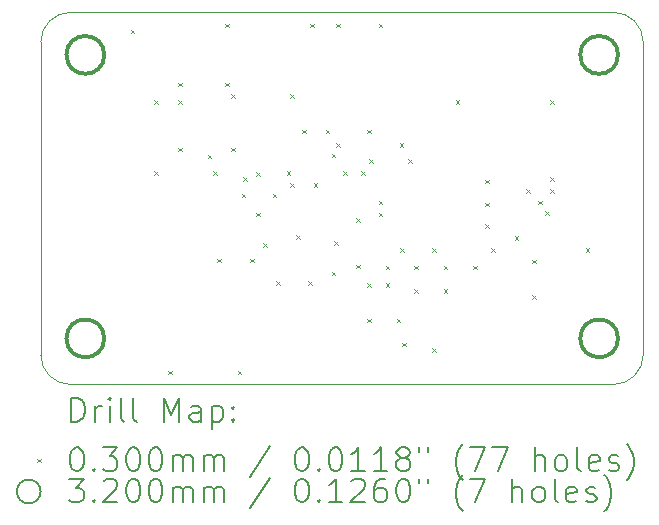
<source format=gbr>
%TF.GenerationSoftware,KiCad,Pcbnew,8.0.6*%
%TF.CreationDate,2025-01-26T18:33:55-05:00*%
%TF.ProjectId,Mic_Board_Unidirectional,4d69635f-426f-4617-9264-5f556e696469,rev?*%
%TF.SameCoordinates,Original*%
%TF.FileFunction,Drillmap*%
%TF.FilePolarity,Positive*%
%FSLAX45Y45*%
G04 Gerber Fmt 4.5, Leading zero omitted, Abs format (unit mm)*
G04 Created by KiCad (PCBNEW 8.0.6) date 2025-01-26 18:33:55*
%MOMM*%
%LPD*%
G01*
G04 APERTURE LIST*
%ADD10C,0.050000*%
%ADD11C,0.200000*%
%ADD12C,0.100000*%
%ADD13C,0.320000*%
G04 APERTURE END LIST*
D10*
X17923050Y-9490000D02*
X17923050Y-6840000D01*
X17923050Y-9490000D02*
G75*
G02*
X17673050Y-9740000I-250000J0D01*
G01*
X13073050Y-9740000D02*
X17673050Y-9740000D01*
X13073050Y-9740000D02*
G75*
G02*
X12823050Y-9490000I0J250000D01*
G01*
X17673050Y-6590000D02*
G75*
G02*
X17923050Y-6840000I0J-250000D01*
G01*
X12823050Y-6840000D02*
G75*
G02*
X13073050Y-6590000I250000J0D01*
G01*
X17673050Y-6590000D02*
X13073050Y-6590000D01*
X12823050Y-6840000D02*
X12823050Y-9490000D01*
D11*
D12*
X13585000Y-6735000D02*
X13615000Y-6765000D01*
X13615000Y-6735000D02*
X13585000Y-6765000D01*
X13785000Y-7335000D02*
X13815000Y-7365000D01*
X13815000Y-7335000D02*
X13785000Y-7365000D01*
X13785000Y-7935000D02*
X13815000Y-7965000D01*
X13815000Y-7935000D02*
X13785000Y-7965000D01*
X13903050Y-9625000D02*
X13933050Y-9655000D01*
X13933050Y-9625000D02*
X13903050Y-9655000D01*
X13985000Y-7185000D02*
X14015000Y-7215000D01*
X14015000Y-7185000D02*
X13985000Y-7215000D01*
X13985000Y-7335000D02*
X14015000Y-7365000D01*
X14015000Y-7335000D02*
X13985000Y-7365000D01*
X13985000Y-7735000D02*
X14015000Y-7765000D01*
X14015000Y-7735000D02*
X13985000Y-7765000D01*
X14235000Y-7795000D02*
X14265000Y-7825000D01*
X14265000Y-7795000D02*
X14235000Y-7825000D01*
X14285000Y-7935000D02*
X14315000Y-7965000D01*
X14315000Y-7935000D02*
X14285000Y-7965000D01*
X14315000Y-8675000D02*
X14345000Y-8705000D01*
X14345000Y-8675000D02*
X14315000Y-8705000D01*
X14385000Y-6685000D02*
X14415000Y-6715000D01*
X14415000Y-6685000D02*
X14385000Y-6715000D01*
X14385000Y-7185000D02*
X14415000Y-7215000D01*
X14415000Y-7185000D02*
X14385000Y-7215000D01*
X14435000Y-7285000D02*
X14465000Y-7315000D01*
X14465000Y-7285000D02*
X14435000Y-7315000D01*
X14435000Y-7735000D02*
X14465000Y-7765000D01*
X14465000Y-7735000D02*
X14435000Y-7765000D01*
X14490550Y-9625000D02*
X14520550Y-9655000D01*
X14520550Y-9625000D02*
X14490550Y-9655000D01*
X14525000Y-8125000D02*
X14555000Y-8155000D01*
X14555000Y-8125000D02*
X14525000Y-8155000D01*
X14535000Y-7985000D02*
X14565000Y-8015000D01*
X14565000Y-7985000D02*
X14535000Y-8015000D01*
X14595000Y-8675000D02*
X14625000Y-8705000D01*
X14625000Y-8675000D02*
X14595000Y-8705000D01*
X14645000Y-7945000D02*
X14675000Y-7975000D01*
X14675000Y-7945000D02*
X14645000Y-7975000D01*
X14645000Y-8285000D02*
X14675000Y-8315000D01*
X14675000Y-8285000D02*
X14645000Y-8315000D01*
X14705000Y-8545000D02*
X14735000Y-8575000D01*
X14735000Y-8545000D02*
X14705000Y-8575000D01*
X14785000Y-8125000D02*
X14815000Y-8155000D01*
X14815000Y-8125000D02*
X14785000Y-8155000D01*
X14815000Y-8865000D02*
X14845000Y-8895000D01*
X14845000Y-8865000D02*
X14815000Y-8895000D01*
X14905000Y-7935000D02*
X14935000Y-7965000D01*
X14935000Y-7935000D02*
X14905000Y-7965000D01*
X14935000Y-7285000D02*
X14965000Y-7315000D01*
X14965000Y-7285000D02*
X14935000Y-7315000D01*
X14935000Y-8035000D02*
X14965000Y-8065000D01*
X14965000Y-8035000D02*
X14935000Y-8065000D01*
X14985000Y-8475000D02*
X15015000Y-8505000D01*
X15015000Y-8475000D02*
X14985000Y-8505000D01*
X15035000Y-7585000D02*
X15065000Y-7615000D01*
X15065000Y-7585000D02*
X15035000Y-7615000D01*
X15085000Y-8865000D02*
X15115000Y-8895000D01*
X15115000Y-8865000D02*
X15085000Y-8895000D01*
X15105000Y-6685000D02*
X15135000Y-6715000D01*
X15135000Y-6685000D02*
X15105000Y-6715000D01*
X15135000Y-8035000D02*
X15165000Y-8065000D01*
X15165000Y-8035000D02*
X15135000Y-8065000D01*
X15235000Y-7585000D02*
X15265000Y-7615000D01*
X15265000Y-7585000D02*
X15235000Y-7615000D01*
X15285000Y-7785000D02*
X15315000Y-7815000D01*
X15315000Y-7785000D02*
X15285000Y-7815000D01*
X15285000Y-8785000D02*
X15315000Y-8815000D01*
X15315000Y-8785000D02*
X15285000Y-8815000D01*
X15308050Y-8528050D02*
X15338050Y-8558050D01*
X15338050Y-8528050D02*
X15308050Y-8558050D01*
X15325000Y-6685000D02*
X15355000Y-6715000D01*
X15355000Y-6685000D02*
X15325000Y-6715000D01*
X15325000Y-7697225D02*
X15355000Y-7727225D01*
X15355000Y-7697225D02*
X15325000Y-7727225D01*
X15385000Y-7935000D02*
X15415000Y-7965000D01*
X15415000Y-7935000D02*
X15385000Y-7965000D01*
X15495000Y-8335000D02*
X15525000Y-8365000D01*
X15525000Y-8335000D02*
X15495000Y-8365000D01*
X15495000Y-8725000D02*
X15525000Y-8755000D01*
X15525000Y-8725000D02*
X15495000Y-8755000D01*
X15535000Y-7935000D02*
X15565000Y-7965000D01*
X15565000Y-7935000D02*
X15535000Y-7965000D01*
X15585000Y-7585000D02*
X15615000Y-7615000D01*
X15615000Y-7585000D02*
X15585000Y-7615000D01*
X15585000Y-8885000D02*
X15615000Y-8915000D01*
X15615000Y-8885000D02*
X15585000Y-8915000D01*
X15585000Y-9185000D02*
X15615000Y-9215000D01*
X15615000Y-9185000D02*
X15585000Y-9215000D01*
X15605000Y-7835000D02*
X15635000Y-7865000D01*
X15635000Y-7835000D02*
X15605000Y-7865000D01*
X15685000Y-6685000D02*
X15715000Y-6715000D01*
X15715000Y-6685000D02*
X15685000Y-6715000D01*
X15685000Y-8185000D02*
X15715000Y-8215000D01*
X15715000Y-8185000D02*
X15685000Y-8215000D01*
X15685000Y-8285000D02*
X15715000Y-8315000D01*
X15715000Y-8285000D02*
X15685000Y-8315000D01*
X15745000Y-8735000D02*
X15775000Y-8765000D01*
X15775000Y-8735000D02*
X15745000Y-8765000D01*
X15745000Y-8885000D02*
X15775000Y-8915000D01*
X15775000Y-8885000D02*
X15745000Y-8915000D01*
X15835000Y-9185000D02*
X15865000Y-9215000D01*
X15865000Y-9185000D02*
X15835000Y-9215000D01*
X15862775Y-7697225D02*
X15892775Y-7727225D01*
X15892775Y-7697225D02*
X15862775Y-7727225D01*
X15865000Y-8585000D02*
X15895000Y-8615000D01*
X15895000Y-8585000D02*
X15865000Y-8615000D01*
X15885000Y-9385000D02*
X15915000Y-9415000D01*
X15915000Y-9385000D02*
X15885000Y-9415000D01*
X15935000Y-7835000D02*
X15965000Y-7865000D01*
X15965000Y-7835000D02*
X15935000Y-7865000D01*
X15985000Y-8735000D02*
X16015000Y-8765000D01*
X16015000Y-8735000D02*
X15985000Y-8765000D01*
X15985000Y-8935000D02*
X16015000Y-8965000D01*
X16015000Y-8935000D02*
X15985000Y-8965000D01*
X16135000Y-8585000D02*
X16165000Y-8615000D01*
X16165000Y-8585000D02*
X16135000Y-8615000D01*
X16135000Y-9435000D02*
X16165000Y-9465000D01*
X16165000Y-9435000D02*
X16135000Y-9465000D01*
X16235000Y-8735000D02*
X16265000Y-8765000D01*
X16265000Y-8735000D02*
X16235000Y-8765000D01*
X16235000Y-8935000D02*
X16265000Y-8965000D01*
X16265000Y-8935000D02*
X16235000Y-8965000D01*
X16335000Y-7335000D02*
X16365000Y-7365000D01*
X16365000Y-7335000D02*
X16335000Y-7365000D01*
X16485000Y-8735000D02*
X16515000Y-8765000D01*
X16515000Y-8735000D02*
X16485000Y-8765000D01*
X16585000Y-8007500D02*
X16615000Y-8037500D01*
X16615000Y-8007500D02*
X16585000Y-8037500D01*
X16585000Y-8202500D02*
X16615000Y-8232500D01*
X16615000Y-8202500D02*
X16585000Y-8232500D01*
X16585000Y-8385000D02*
X16615000Y-8415000D01*
X16615000Y-8385000D02*
X16585000Y-8415000D01*
X16635000Y-8585000D02*
X16665000Y-8615000D01*
X16665000Y-8585000D02*
X16635000Y-8615000D01*
X16835000Y-8485000D02*
X16865000Y-8515000D01*
X16865000Y-8485000D02*
X16835000Y-8515000D01*
X16935000Y-8085000D02*
X16965000Y-8115000D01*
X16965000Y-8085000D02*
X16935000Y-8115000D01*
X16985000Y-8685000D02*
X17015000Y-8715000D01*
X17015000Y-8685000D02*
X16985000Y-8715000D01*
X16985000Y-8985000D02*
X17015000Y-9015000D01*
X17015000Y-8985000D02*
X16985000Y-9015000D01*
X17035000Y-8185000D02*
X17065000Y-8215000D01*
X17065000Y-8185000D02*
X17035000Y-8215000D01*
X17095000Y-8275073D02*
X17125000Y-8305073D01*
X17125000Y-8275073D02*
X17095000Y-8305073D01*
X17135000Y-7335000D02*
X17165000Y-7365000D01*
X17165000Y-7335000D02*
X17135000Y-7365000D01*
X17135000Y-7985000D02*
X17165000Y-8015000D01*
X17165000Y-7985000D02*
X17135000Y-8015000D01*
X17135000Y-8085000D02*
X17165000Y-8115000D01*
X17165000Y-8085000D02*
X17135000Y-8115000D01*
X17435000Y-8585000D02*
X17465000Y-8615000D01*
X17465000Y-8585000D02*
X17435000Y-8615000D01*
D13*
X13360000Y-6950000D02*
G75*
G02*
X13040000Y-6950000I-160000J0D01*
G01*
X13040000Y-6950000D02*
G75*
G02*
X13360000Y-6950000I160000J0D01*
G01*
X13360000Y-6950000D02*
G75*
G02*
X13040000Y-6950000I-160000J0D01*
G01*
X13040000Y-6950000D02*
G75*
G02*
X13360000Y-6950000I160000J0D01*
G01*
X13360000Y-9350000D02*
G75*
G02*
X13040000Y-9350000I-160000J0D01*
G01*
X13040000Y-9350000D02*
G75*
G02*
X13360000Y-9350000I160000J0D01*
G01*
X13360000Y-9350000D02*
G75*
G02*
X13040000Y-9350000I-160000J0D01*
G01*
X13040000Y-9350000D02*
G75*
G02*
X13360000Y-9350000I160000J0D01*
G01*
X17710000Y-6950000D02*
G75*
G02*
X17390000Y-6950000I-160000J0D01*
G01*
X17390000Y-6950000D02*
G75*
G02*
X17710000Y-6950000I160000J0D01*
G01*
X17710000Y-9350000D02*
G75*
G02*
X17390000Y-9350000I-160000J0D01*
G01*
X17390000Y-9350000D02*
G75*
G02*
X17710000Y-9350000I160000J0D01*
G01*
X17710000Y-9350000D02*
G75*
G02*
X17390000Y-9350000I-160000J0D01*
G01*
X17390000Y-9350000D02*
G75*
G02*
X17710000Y-9350000I160000J0D01*
G01*
D11*
X13081327Y-10053984D02*
X13081327Y-9853984D01*
X13081327Y-9853984D02*
X13128946Y-9853984D01*
X13128946Y-9853984D02*
X13157517Y-9863508D01*
X13157517Y-9863508D02*
X13176565Y-9882555D01*
X13176565Y-9882555D02*
X13186089Y-9901603D01*
X13186089Y-9901603D02*
X13195612Y-9939698D01*
X13195612Y-9939698D02*
X13195612Y-9968270D01*
X13195612Y-9968270D02*
X13186089Y-10006365D01*
X13186089Y-10006365D02*
X13176565Y-10025413D01*
X13176565Y-10025413D02*
X13157517Y-10044460D01*
X13157517Y-10044460D02*
X13128946Y-10053984D01*
X13128946Y-10053984D02*
X13081327Y-10053984D01*
X13281327Y-10053984D02*
X13281327Y-9920651D01*
X13281327Y-9958746D02*
X13290851Y-9939698D01*
X13290851Y-9939698D02*
X13300374Y-9930174D01*
X13300374Y-9930174D02*
X13319422Y-9920651D01*
X13319422Y-9920651D02*
X13338470Y-9920651D01*
X13405136Y-10053984D02*
X13405136Y-9920651D01*
X13405136Y-9853984D02*
X13395612Y-9863508D01*
X13395612Y-9863508D02*
X13405136Y-9873032D01*
X13405136Y-9873032D02*
X13414660Y-9863508D01*
X13414660Y-9863508D02*
X13405136Y-9853984D01*
X13405136Y-9853984D02*
X13405136Y-9873032D01*
X13528946Y-10053984D02*
X13509898Y-10044460D01*
X13509898Y-10044460D02*
X13500374Y-10025413D01*
X13500374Y-10025413D02*
X13500374Y-9853984D01*
X13633708Y-10053984D02*
X13614660Y-10044460D01*
X13614660Y-10044460D02*
X13605136Y-10025413D01*
X13605136Y-10025413D02*
X13605136Y-9853984D01*
X13862279Y-10053984D02*
X13862279Y-9853984D01*
X13862279Y-9853984D02*
X13928946Y-9996841D01*
X13928946Y-9996841D02*
X13995612Y-9853984D01*
X13995612Y-9853984D02*
X13995612Y-10053984D01*
X14176565Y-10053984D02*
X14176565Y-9949222D01*
X14176565Y-9949222D02*
X14167041Y-9930174D01*
X14167041Y-9930174D02*
X14147993Y-9920651D01*
X14147993Y-9920651D02*
X14109898Y-9920651D01*
X14109898Y-9920651D02*
X14090851Y-9930174D01*
X14176565Y-10044460D02*
X14157517Y-10053984D01*
X14157517Y-10053984D02*
X14109898Y-10053984D01*
X14109898Y-10053984D02*
X14090851Y-10044460D01*
X14090851Y-10044460D02*
X14081327Y-10025413D01*
X14081327Y-10025413D02*
X14081327Y-10006365D01*
X14081327Y-10006365D02*
X14090851Y-9987317D01*
X14090851Y-9987317D02*
X14109898Y-9977794D01*
X14109898Y-9977794D02*
X14157517Y-9977794D01*
X14157517Y-9977794D02*
X14176565Y-9968270D01*
X14271803Y-9920651D02*
X14271803Y-10120651D01*
X14271803Y-9930174D02*
X14290851Y-9920651D01*
X14290851Y-9920651D02*
X14328946Y-9920651D01*
X14328946Y-9920651D02*
X14347993Y-9930174D01*
X14347993Y-9930174D02*
X14357517Y-9939698D01*
X14357517Y-9939698D02*
X14367041Y-9958746D01*
X14367041Y-9958746D02*
X14367041Y-10015889D01*
X14367041Y-10015889D02*
X14357517Y-10034936D01*
X14357517Y-10034936D02*
X14347993Y-10044460D01*
X14347993Y-10044460D02*
X14328946Y-10053984D01*
X14328946Y-10053984D02*
X14290851Y-10053984D01*
X14290851Y-10053984D02*
X14271803Y-10044460D01*
X14452755Y-10034936D02*
X14462279Y-10044460D01*
X14462279Y-10044460D02*
X14452755Y-10053984D01*
X14452755Y-10053984D02*
X14443232Y-10044460D01*
X14443232Y-10044460D02*
X14452755Y-10034936D01*
X14452755Y-10034936D02*
X14452755Y-10053984D01*
X14452755Y-9930174D02*
X14462279Y-9939698D01*
X14462279Y-9939698D02*
X14452755Y-9949222D01*
X14452755Y-9949222D02*
X14443232Y-9939698D01*
X14443232Y-9939698D02*
X14452755Y-9930174D01*
X14452755Y-9930174D02*
X14452755Y-9949222D01*
D12*
X12790550Y-10367500D02*
X12820550Y-10397500D01*
X12820550Y-10367500D02*
X12790550Y-10397500D01*
D11*
X13119422Y-10273984D02*
X13138470Y-10273984D01*
X13138470Y-10273984D02*
X13157517Y-10283508D01*
X13157517Y-10283508D02*
X13167041Y-10293032D01*
X13167041Y-10293032D02*
X13176565Y-10312079D01*
X13176565Y-10312079D02*
X13186089Y-10350174D01*
X13186089Y-10350174D02*
X13186089Y-10397794D01*
X13186089Y-10397794D02*
X13176565Y-10435889D01*
X13176565Y-10435889D02*
X13167041Y-10454936D01*
X13167041Y-10454936D02*
X13157517Y-10464460D01*
X13157517Y-10464460D02*
X13138470Y-10473984D01*
X13138470Y-10473984D02*
X13119422Y-10473984D01*
X13119422Y-10473984D02*
X13100374Y-10464460D01*
X13100374Y-10464460D02*
X13090851Y-10454936D01*
X13090851Y-10454936D02*
X13081327Y-10435889D01*
X13081327Y-10435889D02*
X13071803Y-10397794D01*
X13071803Y-10397794D02*
X13071803Y-10350174D01*
X13071803Y-10350174D02*
X13081327Y-10312079D01*
X13081327Y-10312079D02*
X13090851Y-10293032D01*
X13090851Y-10293032D02*
X13100374Y-10283508D01*
X13100374Y-10283508D02*
X13119422Y-10273984D01*
X13271803Y-10454936D02*
X13281327Y-10464460D01*
X13281327Y-10464460D02*
X13271803Y-10473984D01*
X13271803Y-10473984D02*
X13262279Y-10464460D01*
X13262279Y-10464460D02*
X13271803Y-10454936D01*
X13271803Y-10454936D02*
X13271803Y-10473984D01*
X13347993Y-10273984D02*
X13471803Y-10273984D01*
X13471803Y-10273984D02*
X13405136Y-10350174D01*
X13405136Y-10350174D02*
X13433708Y-10350174D01*
X13433708Y-10350174D02*
X13452755Y-10359698D01*
X13452755Y-10359698D02*
X13462279Y-10369222D01*
X13462279Y-10369222D02*
X13471803Y-10388270D01*
X13471803Y-10388270D02*
X13471803Y-10435889D01*
X13471803Y-10435889D02*
X13462279Y-10454936D01*
X13462279Y-10454936D02*
X13452755Y-10464460D01*
X13452755Y-10464460D02*
X13433708Y-10473984D01*
X13433708Y-10473984D02*
X13376565Y-10473984D01*
X13376565Y-10473984D02*
X13357517Y-10464460D01*
X13357517Y-10464460D02*
X13347993Y-10454936D01*
X13595612Y-10273984D02*
X13614660Y-10273984D01*
X13614660Y-10273984D02*
X13633708Y-10283508D01*
X13633708Y-10283508D02*
X13643232Y-10293032D01*
X13643232Y-10293032D02*
X13652755Y-10312079D01*
X13652755Y-10312079D02*
X13662279Y-10350174D01*
X13662279Y-10350174D02*
X13662279Y-10397794D01*
X13662279Y-10397794D02*
X13652755Y-10435889D01*
X13652755Y-10435889D02*
X13643232Y-10454936D01*
X13643232Y-10454936D02*
X13633708Y-10464460D01*
X13633708Y-10464460D02*
X13614660Y-10473984D01*
X13614660Y-10473984D02*
X13595612Y-10473984D01*
X13595612Y-10473984D02*
X13576565Y-10464460D01*
X13576565Y-10464460D02*
X13567041Y-10454936D01*
X13567041Y-10454936D02*
X13557517Y-10435889D01*
X13557517Y-10435889D02*
X13547993Y-10397794D01*
X13547993Y-10397794D02*
X13547993Y-10350174D01*
X13547993Y-10350174D02*
X13557517Y-10312079D01*
X13557517Y-10312079D02*
X13567041Y-10293032D01*
X13567041Y-10293032D02*
X13576565Y-10283508D01*
X13576565Y-10283508D02*
X13595612Y-10273984D01*
X13786089Y-10273984D02*
X13805136Y-10273984D01*
X13805136Y-10273984D02*
X13824184Y-10283508D01*
X13824184Y-10283508D02*
X13833708Y-10293032D01*
X13833708Y-10293032D02*
X13843232Y-10312079D01*
X13843232Y-10312079D02*
X13852755Y-10350174D01*
X13852755Y-10350174D02*
X13852755Y-10397794D01*
X13852755Y-10397794D02*
X13843232Y-10435889D01*
X13843232Y-10435889D02*
X13833708Y-10454936D01*
X13833708Y-10454936D02*
X13824184Y-10464460D01*
X13824184Y-10464460D02*
X13805136Y-10473984D01*
X13805136Y-10473984D02*
X13786089Y-10473984D01*
X13786089Y-10473984D02*
X13767041Y-10464460D01*
X13767041Y-10464460D02*
X13757517Y-10454936D01*
X13757517Y-10454936D02*
X13747993Y-10435889D01*
X13747993Y-10435889D02*
X13738470Y-10397794D01*
X13738470Y-10397794D02*
X13738470Y-10350174D01*
X13738470Y-10350174D02*
X13747993Y-10312079D01*
X13747993Y-10312079D02*
X13757517Y-10293032D01*
X13757517Y-10293032D02*
X13767041Y-10283508D01*
X13767041Y-10283508D02*
X13786089Y-10273984D01*
X13938470Y-10473984D02*
X13938470Y-10340651D01*
X13938470Y-10359698D02*
X13947993Y-10350174D01*
X13947993Y-10350174D02*
X13967041Y-10340651D01*
X13967041Y-10340651D02*
X13995613Y-10340651D01*
X13995613Y-10340651D02*
X14014660Y-10350174D01*
X14014660Y-10350174D02*
X14024184Y-10369222D01*
X14024184Y-10369222D02*
X14024184Y-10473984D01*
X14024184Y-10369222D02*
X14033708Y-10350174D01*
X14033708Y-10350174D02*
X14052755Y-10340651D01*
X14052755Y-10340651D02*
X14081327Y-10340651D01*
X14081327Y-10340651D02*
X14100374Y-10350174D01*
X14100374Y-10350174D02*
X14109898Y-10369222D01*
X14109898Y-10369222D02*
X14109898Y-10473984D01*
X14205136Y-10473984D02*
X14205136Y-10340651D01*
X14205136Y-10359698D02*
X14214660Y-10350174D01*
X14214660Y-10350174D02*
X14233708Y-10340651D01*
X14233708Y-10340651D02*
X14262279Y-10340651D01*
X14262279Y-10340651D02*
X14281327Y-10350174D01*
X14281327Y-10350174D02*
X14290851Y-10369222D01*
X14290851Y-10369222D02*
X14290851Y-10473984D01*
X14290851Y-10369222D02*
X14300374Y-10350174D01*
X14300374Y-10350174D02*
X14319422Y-10340651D01*
X14319422Y-10340651D02*
X14347993Y-10340651D01*
X14347993Y-10340651D02*
X14367041Y-10350174D01*
X14367041Y-10350174D02*
X14376565Y-10369222D01*
X14376565Y-10369222D02*
X14376565Y-10473984D01*
X14767041Y-10264460D02*
X14595613Y-10521603D01*
X15024184Y-10273984D02*
X15043232Y-10273984D01*
X15043232Y-10273984D02*
X15062279Y-10283508D01*
X15062279Y-10283508D02*
X15071803Y-10293032D01*
X15071803Y-10293032D02*
X15081327Y-10312079D01*
X15081327Y-10312079D02*
X15090851Y-10350174D01*
X15090851Y-10350174D02*
X15090851Y-10397794D01*
X15090851Y-10397794D02*
X15081327Y-10435889D01*
X15081327Y-10435889D02*
X15071803Y-10454936D01*
X15071803Y-10454936D02*
X15062279Y-10464460D01*
X15062279Y-10464460D02*
X15043232Y-10473984D01*
X15043232Y-10473984D02*
X15024184Y-10473984D01*
X15024184Y-10473984D02*
X15005136Y-10464460D01*
X15005136Y-10464460D02*
X14995613Y-10454936D01*
X14995613Y-10454936D02*
X14986089Y-10435889D01*
X14986089Y-10435889D02*
X14976565Y-10397794D01*
X14976565Y-10397794D02*
X14976565Y-10350174D01*
X14976565Y-10350174D02*
X14986089Y-10312079D01*
X14986089Y-10312079D02*
X14995613Y-10293032D01*
X14995613Y-10293032D02*
X15005136Y-10283508D01*
X15005136Y-10283508D02*
X15024184Y-10273984D01*
X15176565Y-10454936D02*
X15186089Y-10464460D01*
X15186089Y-10464460D02*
X15176565Y-10473984D01*
X15176565Y-10473984D02*
X15167041Y-10464460D01*
X15167041Y-10464460D02*
X15176565Y-10454936D01*
X15176565Y-10454936D02*
X15176565Y-10473984D01*
X15309898Y-10273984D02*
X15328946Y-10273984D01*
X15328946Y-10273984D02*
X15347994Y-10283508D01*
X15347994Y-10283508D02*
X15357517Y-10293032D01*
X15357517Y-10293032D02*
X15367041Y-10312079D01*
X15367041Y-10312079D02*
X15376565Y-10350174D01*
X15376565Y-10350174D02*
X15376565Y-10397794D01*
X15376565Y-10397794D02*
X15367041Y-10435889D01*
X15367041Y-10435889D02*
X15357517Y-10454936D01*
X15357517Y-10454936D02*
X15347994Y-10464460D01*
X15347994Y-10464460D02*
X15328946Y-10473984D01*
X15328946Y-10473984D02*
X15309898Y-10473984D01*
X15309898Y-10473984D02*
X15290851Y-10464460D01*
X15290851Y-10464460D02*
X15281327Y-10454936D01*
X15281327Y-10454936D02*
X15271803Y-10435889D01*
X15271803Y-10435889D02*
X15262279Y-10397794D01*
X15262279Y-10397794D02*
X15262279Y-10350174D01*
X15262279Y-10350174D02*
X15271803Y-10312079D01*
X15271803Y-10312079D02*
X15281327Y-10293032D01*
X15281327Y-10293032D02*
X15290851Y-10283508D01*
X15290851Y-10283508D02*
X15309898Y-10273984D01*
X15567041Y-10473984D02*
X15452756Y-10473984D01*
X15509898Y-10473984D02*
X15509898Y-10273984D01*
X15509898Y-10273984D02*
X15490851Y-10302555D01*
X15490851Y-10302555D02*
X15471803Y-10321603D01*
X15471803Y-10321603D02*
X15452756Y-10331127D01*
X15757517Y-10473984D02*
X15643232Y-10473984D01*
X15700375Y-10473984D02*
X15700375Y-10273984D01*
X15700375Y-10273984D02*
X15681327Y-10302555D01*
X15681327Y-10302555D02*
X15662279Y-10321603D01*
X15662279Y-10321603D02*
X15643232Y-10331127D01*
X15871803Y-10359698D02*
X15852756Y-10350174D01*
X15852756Y-10350174D02*
X15843232Y-10340651D01*
X15843232Y-10340651D02*
X15833708Y-10321603D01*
X15833708Y-10321603D02*
X15833708Y-10312079D01*
X15833708Y-10312079D02*
X15843232Y-10293032D01*
X15843232Y-10293032D02*
X15852756Y-10283508D01*
X15852756Y-10283508D02*
X15871803Y-10273984D01*
X15871803Y-10273984D02*
X15909898Y-10273984D01*
X15909898Y-10273984D02*
X15928946Y-10283508D01*
X15928946Y-10283508D02*
X15938470Y-10293032D01*
X15938470Y-10293032D02*
X15947994Y-10312079D01*
X15947994Y-10312079D02*
X15947994Y-10321603D01*
X15947994Y-10321603D02*
X15938470Y-10340651D01*
X15938470Y-10340651D02*
X15928946Y-10350174D01*
X15928946Y-10350174D02*
X15909898Y-10359698D01*
X15909898Y-10359698D02*
X15871803Y-10359698D01*
X15871803Y-10359698D02*
X15852756Y-10369222D01*
X15852756Y-10369222D02*
X15843232Y-10378746D01*
X15843232Y-10378746D02*
X15833708Y-10397794D01*
X15833708Y-10397794D02*
X15833708Y-10435889D01*
X15833708Y-10435889D02*
X15843232Y-10454936D01*
X15843232Y-10454936D02*
X15852756Y-10464460D01*
X15852756Y-10464460D02*
X15871803Y-10473984D01*
X15871803Y-10473984D02*
X15909898Y-10473984D01*
X15909898Y-10473984D02*
X15928946Y-10464460D01*
X15928946Y-10464460D02*
X15938470Y-10454936D01*
X15938470Y-10454936D02*
X15947994Y-10435889D01*
X15947994Y-10435889D02*
X15947994Y-10397794D01*
X15947994Y-10397794D02*
X15938470Y-10378746D01*
X15938470Y-10378746D02*
X15928946Y-10369222D01*
X15928946Y-10369222D02*
X15909898Y-10359698D01*
X16024184Y-10273984D02*
X16024184Y-10312079D01*
X16100375Y-10273984D02*
X16100375Y-10312079D01*
X16395613Y-10550174D02*
X16386089Y-10540651D01*
X16386089Y-10540651D02*
X16367041Y-10512079D01*
X16367041Y-10512079D02*
X16357518Y-10493032D01*
X16357518Y-10493032D02*
X16347994Y-10464460D01*
X16347994Y-10464460D02*
X16338470Y-10416841D01*
X16338470Y-10416841D02*
X16338470Y-10378746D01*
X16338470Y-10378746D02*
X16347994Y-10331127D01*
X16347994Y-10331127D02*
X16357518Y-10302555D01*
X16357518Y-10302555D02*
X16367041Y-10283508D01*
X16367041Y-10283508D02*
X16386089Y-10254936D01*
X16386089Y-10254936D02*
X16395613Y-10245413D01*
X16452756Y-10273984D02*
X16586089Y-10273984D01*
X16586089Y-10273984D02*
X16500375Y-10473984D01*
X16643232Y-10273984D02*
X16776565Y-10273984D01*
X16776565Y-10273984D02*
X16690851Y-10473984D01*
X17005137Y-10473984D02*
X17005137Y-10273984D01*
X17090851Y-10473984D02*
X17090851Y-10369222D01*
X17090851Y-10369222D02*
X17081327Y-10350174D01*
X17081327Y-10350174D02*
X17062280Y-10340651D01*
X17062280Y-10340651D02*
X17033708Y-10340651D01*
X17033708Y-10340651D02*
X17014661Y-10350174D01*
X17014661Y-10350174D02*
X17005137Y-10359698D01*
X17214661Y-10473984D02*
X17195613Y-10464460D01*
X17195613Y-10464460D02*
X17186089Y-10454936D01*
X17186089Y-10454936D02*
X17176565Y-10435889D01*
X17176565Y-10435889D02*
X17176565Y-10378746D01*
X17176565Y-10378746D02*
X17186089Y-10359698D01*
X17186089Y-10359698D02*
X17195613Y-10350174D01*
X17195613Y-10350174D02*
X17214661Y-10340651D01*
X17214661Y-10340651D02*
X17243232Y-10340651D01*
X17243232Y-10340651D02*
X17262280Y-10350174D01*
X17262280Y-10350174D02*
X17271803Y-10359698D01*
X17271803Y-10359698D02*
X17281327Y-10378746D01*
X17281327Y-10378746D02*
X17281327Y-10435889D01*
X17281327Y-10435889D02*
X17271803Y-10454936D01*
X17271803Y-10454936D02*
X17262280Y-10464460D01*
X17262280Y-10464460D02*
X17243232Y-10473984D01*
X17243232Y-10473984D02*
X17214661Y-10473984D01*
X17395613Y-10473984D02*
X17376565Y-10464460D01*
X17376565Y-10464460D02*
X17367042Y-10445413D01*
X17367042Y-10445413D02*
X17367042Y-10273984D01*
X17547994Y-10464460D02*
X17528946Y-10473984D01*
X17528946Y-10473984D02*
X17490851Y-10473984D01*
X17490851Y-10473984D02*
X17471803Y-10464460D01*
X17471803Y-10464460D02*
X17462280Y-10445413D01*
X17462280Y-10445413D02*
X17462280Y-10369222D01*
X17462280Y-10369222D02*
X17471803Y-10350174D01*
X17471803Y-10350174D02*
X17490851Y-10340651D01*
X17490851Y-10340651D02*
X17528946Y-10340651D01*
X17528946Y-10340651D02*
X17547994Y-10350174D01*
X17547994Y-10350174D02*
X17557518Y-10369222D01*
X17557518Y-10369222D02*
X17557518Y-10388270D01*
X17557518Y-10388270D02*
X17462280Y-10407317D01*
X17633708Y-10464460D02*
X17652756Y-10473984D01*
X17652756Y-10473984D02*
X17690851Y-10473984D01*
X17690851Y-10473984D02*
X17709899Y-10464460D01*
X17709899Y-10464460D02*
X17719423Y-10445413D01*
X17719423Y-10445413D02*
X17719423Y-10435889D01*
X17719423Y-10435889D02*
X17709899Y-10416841D01*
X17709899Y-10416841D02*
X17690851Y-10407317D01*
X17690851Y-10407317D02*
X17662280Y-10407317D01*
X17662280Y-10407317D02*
X17643232Y-10397794D01*
X17643232Y-10397794D02*
X17633708Y-10378746D01*
X17633708Y-10378746D02*
X17633708Y-10369222D01*
X17633708Y-10369222D02*
X17643232Y-10350174D01*
X17643232Y-10350174D02*
X17662280Y-10340651D01*
X17662280Y-10340651D02*
X17690851Y-10340651D01*
X17690851Y-10340651D02*
X17709899Y-10350174D01*
X17786089Y-10550174D02*
X17795613Y-10540651D01*
X17795613Y-10540651D02*
X17814661Y-10512079D01*
X17814661Y-10512079D02*
X17824184Y-10493032D01*
X17824184Y-10493032D02*
X17833708Y-10464460D01*
X17833708Y-10464460D02*
X17843232Y-10416841D01*
X17843232Y-10416841D02*
X17843232Y-10378746D01*
X17843232Y-10378746D02*
X17833708Y-10331127D01*
X17833708Y-10331127D02*
X17824184Y-10302555D01*
X17824184Y-10302555D02*
X17814661Y-10283508D01*
X17814661Y-10283508D02*
X17795613Y-10254936D01*
X17795613Y-10254936D02*
X17786089Y-10245413D01*
X12820550Y-10646500D02*
G75*
G02*
X12620550Y-10646500I-100000J0D01*
G01*
X12620550Y-10646500D02*
G75*
G02*
X12820550Y-10646500I100000J0D01*
G01*
X13062279Y-10537984D02*
X13186089Y-10537984D01*
X13186089Y-10537984D02*
X13119422Y-10614174D01*
X13119422Y-10614174D02*
X13147993Y-10614174D01*
X13147993Y-10614174D02*
X13167041Y-10623698D01*
X13167041Y-10623698D02*
X13176565Y-10633222D01*
X13176565Y-10633222D02*
X13186089Y-10652270D01*
X13186089Y-10652270D02*
X13186089Y-10699889D01*
X13186089Y-10699889D02*
X13176565Y-10718936D01*
X13176565Y-10718936D02*
X13167041Y-10728460D01*
X13167041Y-10728460D02*
X13147993Y-10737984D01*
X13147993Y-10737984D02*
X13090851Y-10737984D01*
X13090851Y-10737984D02*
X13071803Y-10728460D01*
X13071803Y-10728460D02*
X13062279Y-10718936D01*
X13271803Y-10718936D02*
X13281327Y-10728460D01*
X13281327Y-10728460D02*
X13271803Y-10737984D01*
X13271803Y-10737984D02*
X13262279Y-10728460D01*
X13262279Y-10728460D02*
X13271803Y-10718936D01*
X13271803Y-10718936D02*
X13271803Y-10737984D01*
X13357517Y-10557032D02*
X13367041Y-10547508D01*
X13367041Y-10547508D02*
X13386089Y-10537984D01*
X13386089Y-10537984D02*
X13433708Y-10537984D01*
X13433708Y-10537984D02*
X13452755Y-10547508D01*
X13452755Y-10547508D02*
X13462279Y-10557032D01*
X13462279Y-10557032D02*
X13471803Y-10576079D01*
X13471803Y-10576079D02*
X13471803Y-10595127D01*
X13471803Y-10595127D02*
X13462279Y-10623698D01*
X13462279Y-10623698D02*
X13347993Y-10737984D01*
X13347993Y-10737984D02*
X13471803Y-10737984D01*
X13595612Y-10537984D02*
X13614660Y-10537984D01*
X13614660Y-10537984D02*
X13633708Y-10547508D01*
X13633708Y-10547508D02*
X13643232Y-10557032D01*
X13643232Y-10557032D02*
X13652755Y-10576079D01*
X13652755Y-10576079D02*
X13662279Y-10614174D01*
X13662279Y-10614174D02*
X13662279Y-10661794D01*
X13662279Y-10661794D02*
X13652755Y-10699889D01*
X13652755Y-10699889D02*
X13643232Y-10718936D01*
X13643232Y-10718936D02*
X13633708Y-10728460D01*
X13633708Y-10728460D02*
X13614660Y-10737984D01*
X13614660Y-10737984D02*
X13595612Y-10737984D01*
X13595612Y-10737984D02*
X13576565Y-10728460D01*
X13576565Y-10728460D02*
X13567041Y-10718936D01*
X13567041Y-10718936D02*
X13557517Y-10699889D01*
X13557517Y-10699889D02*
X13547993Y-10661794D01*
X13547993Y-10661794D02*
X13547993Y-10614174D01*
X13547993Y-10614174D02*
X13557517Y-10576079D01*
X13557517Y-10576079D02*
X13567041Y-10557032D01*
X13567041Y-10557032D02*
X13576565Y-10547508D01*
X13576565Y-10547508D02*
X13595612Y-10537984D01*
X13786089Y-10537984D02*
X13805136Y-10537984D01*
X13805136Y-10537984D02*
X13824184Y-10547508D01*
X13824184Y-10547508D02*
X13833708Y-10557032D01*
X13833708Y-10557032D02*
X13843232Y-10576079D01*
X13843232Y-10576079D02*
X13852755Y-10614174D01*
X13852755Y-10614174D02*
X13852755Y-10661794D01*
X13852755Y-10661794D02*
X13843232Y-10699889D01*
X13843232Y-10699889D02*
X13833708Y-10718936D01*
X13833708Y-10718936D02*
X13824184Y-10728460D01*
X13824184Y-10728460D02*
X13805136Y-10737984D01*
X13805136Y-10737984D02*
X13786089Y-10737984D01*
X13786089Y-10737984D02*
X13767041Y-10728460D01*
X13767041Y-10728460D02*
X13757517Y-10718936D01*
X13757517Y-10718936D02*
X13747993Y-10699889D01*
X13747993Y-10699889D02*
X13738470Y-10661794D01*
X13738470Y-10661794D02*
X13738470Y-10614174D01*
X13738470Y-10614174D02*
X13747993Y-10576079D01*
X13747993Y-10576079D02*
X13757517Y-10557032D01*
X13757517Y-10557032D02*
X13767041Y-10547508D01*
X13767041Y-10547508D02*
X13786089Y-10537984D01*
X13938470Y-10737984D02*
X13938470Y-10604651D01*
X13938470Y-10623698D02*
X13947993Y-10614174D01*
X13947993Y-10614174D02*
X13967041Y-10604651D01*
X13967041Y-10604651D02*
X13995613Y-10604651D01*
X13995613Y-10604651D02*
X14014660Y-10614174D01*
X14014660Y-10614174D02*
X14024184Y-10633222D01*
X14024184Y-10633222D02*
X14024184Y-10737984D01*
X14024184Y-10633222D02*
X14033708Y-10614174D01*
X14033708Y-10614174D02*
X14052755Y-10604651D01*
X14052755Y-10604651D02*
X14081327Y-10604651D01*
X14081327Y-10604651D02*
X14100374Y-10614174D01*
X14100374Y-10614174D02*
X14109898Y-10633222D01*
X14109898Y-10633222D02*
X14109898Y-10737984D01*
X14205136Y-10737984D02*
X14205136Y-10604651D01*
X14205136Y-10623698D02*
X14214660Y-10614174D01*
X14214660Y-10614174D02*
X14233708Y-10604651D01*
X14233708Y-10604651D02*
X14262279Y-10604651D01*
X14262279Y-10604651D02*
X14281327Y-10614174D01*
X14281327Y-10614174D02*
X14290851Y-10633222D01*
X14290851Y-10633222D02*
X14290851Y-10737984D01*
X14290851Y-10633222D02*
X14300374Y-10614174D01*
X14300374Y-10614174D02*
X14319422Y-10604651D01*
X14319422Y-10604651D02*
X14347993Y-10604651D01*
X14347993Y-10604651D02*
X14367041Y-10614174D01*
X14367041Y-10614174D02*
X14376565Y-10633222D01*
X14376565Y-10633222D02*
X14376565Y-10737984D01*
X14767041Y-10528460D02*
X14595613Y-10785603D01*
X15024184Y-10537984D02*
X15043232Y-10537984D01*
X15043232Y-10537984D02*
X15062279Y-10547508D01*
X15062279Y-10547508D02*
X15071803Y-10557032D01*
X15071803Y-10557032D02*
X15081327Y-10576079D01*
X15081327Y-10576079D02*
X15090851Y-10614174D01*
X15090851Y-10614174D02*
X15090851Y-10661794D01*
X15090851Y-10661794D02*
X15081327Y-10699889D01*
X15081327Y-10699889D02*
X15071803Y-10718936D01*
X15071803Y-10718936D02*
X15062279Y-10728460D01*
X15062279Y-10728460D02*
X15043232Y-10737984D01*
X15043232Y-10737984D02*
X15024184Y-10737984D01*
X15024184Y-10737984D02*
X15005136Y-10728460D01*
X15005136Y-10728460D02*
X14995613Y-10718936D01*
X14995613Y-10718936D02*
X14986089Y-10699889D01*
X14986089Y-10699889D02*
X14976565Y-10661794D01*
X14976565Y-10661794D02*
X14976565Y-10614174D01*
X14976565Y-10614174D02*
X14986089Y-10576079D01*
X14986089Y-10576079D02*
X14995613Y-10557032D01*
X14995613Y-10557032D02*
X15005136Y-10547508D01*
X15005136Y-10547508D02*
X15024184Y-10537984D01*
X15176565Y-10718936D02*
X15186089Y-10728460D01*
X15186089Y-10728460D02*
X15176565Y-10737984D01*
X15176565Y-10737984D02*
X15167041Y-10728460D01*
X15167041Y-10728460D02*
X15176565Y-10718936D01*
X15176565Y-10718936D02*
X15176565Y-10737984D01*
X15376565Y-10737984D02*
X15262279Y-10737984D01*
X15319422Y-10737984D02*
X15319422Y-10537984D01*
X15319422Y-10537984D02*
X15300375Y-10566555D01*
X15300375Y-10566555D02*
X15281327Y-10585603D01*
X15281327Y-10585603D02*
X15262279Y-10595127D01*
X15452756Y-10557032D02*
X15462279Y-10547508D01*
X15462279Y-10547508D02*
X15481327Y-10537984D01*
X15481327Y-10537984D02*
X15528946Y-10537984D01*
X15528946Y-10537984D02*
X15547994Y-10547508D01*
X15547994Y-10547508D02*
X15557517Y-10557032D01*
X15557517Y-10557032D02*
X15567041Y-10576079D01*
X15567041Y-10576079D02*
X15567041Y-10595127D01*
X15567041Y-10595127D02*
X15557517Y-10623698D01*
X15557517Y-10623698D02*
X15443232Y-10737984D01*
X15443232Y-10737984D02*
X15567041Y-10737984D01*
X15738470Y-10537984D02*
X15700375Y-10537984D01*
X15700375Y-10537984D02*
X15681327Y-10547508D01*
X15681327Y-10547508D02*
X15671803Y-10557032D01*
X15671803Y-10557032D02*
X15652756Y-10585603D01*
X15652756Y-10585603D02*
X15643232Y-10623698D01*
X15643232Y-10623698D02*
X15643232Y-10699889D01*
X15643232Y-10699889D02*
X15652756Y-10718936D01*
X15652756Y-10718936D02*
X15662279Y-10728460D01*
X15662279Y-10728460D02*
X15681327Y-10737984D01*
X15681327Y-10737984D02*
X15719422Y-10737984D01*
X15719422Y-10737984D02*
X15738470Y-10728460D01*
X15738470Y-10728460D02*
X15747994Y-10718936D01*
X15747994Y-10718936D02*
X15757517Y-10699889D01*
X15757517Y-10699889D02*
X15757517Y-10652270D01*
X15757517Y-10652270D02*
X15747994Y-10633222D01*
X15747994Y-10633222D02*
X15738470Y-10623698D01*
X15738470Y-10623698D02*
X15719422Y-10614174D01*
X15719422Y-10614174D02*
X15681327Y-10614174D01*
X15681327Y-10614174D02*
X15662279Y-10623698D01*
X15662279Y-10623698D02*
X15652756Y-10633222D01*
X15652756Y-10633222D02*
X15643232Y-10652270D01*
X15881327Y-10537984D02*
X15900375Y-10537984D01*
X15900375Y-10537984D02*
X15919422Y-10547508D01*
X15919422Y-10547508D02*
X15928946Y-10557032D01*
X15928946Y-10557032D02*
X15938470Y-10576079D01*
X15938470Y-10576079D02*
X15947994Y-10614174D01*
X15947994Y-10614174D02*
X15947994Y-10661794D01*
X15947994Y-10661794D02*
X15938470Y-10699889D01*
X15938470Y-10699889D02*
X15928946Y-10718936D01*
X15928946Y-10718936D02*
X15919422Y-10728460D01*
X15919422Y-10728460D02*
X15900375Y-10737984D01*
X15900375Y-10737984D02*
X15881327Y-10737984D01*
X15881327Y-10737984D02*
X15862279Y-10728460D01*
X15862279Y-10728460D02*
X15852756Y-10718936D01*
X15852756Y-10718936D02*
X15843232Y-10699889D01*
X15843232Y-10699889D02*
X15833708Y-10661794D01*
X15833708Y-10661794D02*
X15833708Y-10614174D01*
X15833708Y-10614174D02*
X15843232Y-10576079D01*
X15843232Y-10576079D02*
X15852756Y-10557032D01*
X15852756Y-10557032D02*
X15862279Y-10547508D01*
X15862279Y-10547508D02*
X15881327Y-10537984D01*
X16024184Y-10537984D02*
X16024184Y-10576079D01*
X16100375Y-10537984D02*
X16100375Y-10576079D01*
X16395613Y-10814174D02*
X16386089Y-10804651D01*
X16386089Y-10804651D02*
X16367041Y-10776079D01*
X16367041Y-10776079D02*
X16357518Y-10757032D01*
X16357518Y-10757032D02*
X16347994Y-10728460D01*
X16347994Y-10728460D02*
X16338470Y-10680841D01*
X16338470Y-10680841D02*
X16338470Y-10642746D01*
X16338470Y-10642746D02*
X16347994Y-10595127D01*
X16347994Y-10595127D02*
X16357518Y-10566555D01*
X16357518Y-10566555D02*
X16367041Y-10547508D01*
X16367041Y-10547508D02*
X16386089Y-10518936D01*
X16386089Y-10518936D02*
X16395613Y-10509413D01*
X16452756Y-10537984D02*
X16586089Y-10537984D01*
X16586089Y-10537984D02*
X16500375Y-10737984D01*
X16814661Y-10737984D02*
X16814661Y-10537984D01*
X16900375Y-10737984D02*
X16900375Y-10633222D01*
X16900375Y-10633222D02*
X16890851Y-10614174D01*
X16890851Y-10614174D02*
X16871803Y-10604651D01*
X16871803Y-10604651D02*
X16843232Y-10604651D01*
X16843232Y-10604651D02*
X16824184Y-10614174D01*
X16824184Y-10614174D02*
X16814661Y-10623698D01*
X17024184Y-10737984D02*
X17005137Y-10728460D01*
X17005137Y-10728460D02*
X16995613Y-10718936D01*
X16995613Y-10718936D02*
X16986089Y-10699889D01*
X16986089Y-10699889D02*
X16986089Y-10642746D01*
X16986089Y-10642746D02*
X16995613Y-10623698D01*
X16995613Y-10623698D02*
X17005137Y-10614174D01*
X17005137Y-10614174D02*
X17024184Y-10604651D01*
X17024184Y-10604651D02*
X17052756Y-10604651D01*
X17052756Y-10604651D02*
X17071803Y-10614174D01*
X17071803Y-10614174D02*
X17081327Y-10623698D01*
X17081327Y-10623698D02*
X17090851Y-10642746D01*
X17090851Y-10642746D02*
X17090851Y-10699889D01*
X17090851Y-10699889D02*
X17081327Y-10718936D01*
X17081327Y-10718936D02*
X17071803Y-10728460D01*
X17071803Y-10728460D02*
X17052756Y-10737984D01*
X17052756Y-10737984D02*
X17024184Y-10737984D01*
X17205137Y-10737984D02*
X17186089Y-10728460D01*
X17186089Y-10728460D02*
X17176565Y-10709413D01*
X17176565Y-10709413D02*
X17176565Y-10537984D01*
X17357518Y-10728460D02*
X17338470Y-10737984D01*
X17338470Y-10737984D02*
X17300375Y-10737984D01*
X17300375Y-10737984D02*
X17281327Y-10728460D01*
X17281327Y-10728460D02*
X17271803Y-10709413D01*
X17271803Y-10709413D02*
X17271803Y-10633222D01*
X17271803Y-10633222D02*
X17281327Y-10614174D01*
X17281327Y-10614174D02*
X17300375Y-10604651D01*
X17300375Y-10604651D02*
X17338470Y-10604651D01*
X17338470Y-10604651D02*
X17357518Y-10614174D01*
X17357518Y-10614174D02*
X17367042Y-10633222D01*
X17367042Y-10633222D02*
X17367042Y-10652270D01*
X17367042Y-10652270D02*
X17271803Y-10671317D01*
X17443232Y-10728460D02*
X17462280Y-10737984D01*
X17462280Y-10737984D02*
X17500375Y-10737984D01*
X17500375Y-10737984D02*
X17519423Y-10728460D01*
X17519423Y-10728460D02*
X17528946Y-10709413D01*
X17528946Y-10709413D02*
X17528946Y-10699889D01*
X17528946Y-10699889D02*
X17519423Y-10680841D01*
X17519423Y-10680841D02*
X17500375Y-10671317D01*
X17500375Y-10671317D02*
X17471803Y-10671317D01*
X17471803Y-10671317D02*
X17452756Y-10661794D01*
X17452756Y-10661794D02*
X17443232Y-10642746D01*
X17443232Y-10642746D02*
X17443232Y-10633222D01*
X17443232Y-10633222D02*
X17452756Y-10614174D01*
X17452756Y-10614174D02*
X17471803Y-10604651D01*
X17471803Y-10604651D02*
X17500375Y-10604651D01*
X17500375Y-10604651D02*
X17519423Y-10614174D01*
X17595613Y-10814174D02*
X17605137Y-10804651D01*
X17605137Y-10804651D02*
X17624184Y-10776079D01*
X17624184Y-10776079D02*
X17633708Y-10757032D01*
X17633708Y-10757032D02*
X17643232Y-10728460D01*
X17643232Y-10728460D02*
X17652756Y-10680841D01*
X17652756Y-10680841D02*
X17652756Y-10642746D01*
X17652756Y-10642746D02*
X17643232Y-10595127D01*
X17643232Y-10595127D02*
X17633708Y-10566555D01*
X17633708Y-10566555D02*
X17624184Y-10547508D01*
X17624184Y-10547508D02*
X17605137Y-10518936D01*
X17605137Y-10518936D02*
X17595613Y-10509413D01*
M02*

</source>
